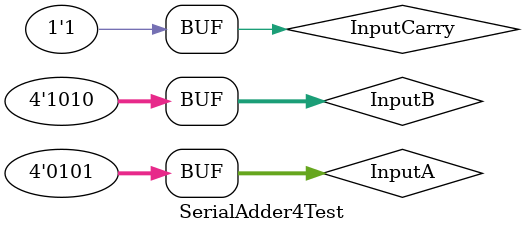
<source format=v>
`timescale 1ns / 1ps


module SerialAdder4Test;

	// Inputs
	reg [3:0] InputA;
	reg [3:0] InputB;
	reg InputCarry;

	// Outputs
	wire [3:0] Output;
	wire OutputCarry;

	// Instantiate the Unit Under Test (UUT)
	SerialAdder4 uut (
		.InputA(InputA), 
		.InputB(InputB), 
		.InputCarry(InputCarry), 
		.Output(Output), 
		.OutputCarry(OutputCarry)
	);

	initial begin
		// Initialize Inputs
		InputA = 0;
		InputB = 0;
		InputCarry = 0;

		// Wait 100 ns for global reset to finish
		#100;
        
		// Add stimulus here
		
		// Border condition
		InputA = 4'b0000; InputB = 4'b0000; InputCarry = 0; #10;
		InputA = 4'b0001; InputB = 4'b0000; InputCarry = 0; #10;
		InputA = 4'b0000; InputB = 4'b0001; InputCarry = 0; #10;
		InputA = 4'b0000; InputB = 4'b0000; InputCarry = 1; #10;
		
		InputA = 4'b1111; InputB = 4'b1111; InputCarry = 1; #10;
		InputA = 4'b1110; InputB = 4'b1111; InputCarry = 1; #10;
		InputA = 4'b1111; InputB = 4'b1110; InputCarry = 1; #10;
		InputA = 4'b1111; InputB = 4'b1111; InputCarry = 0; #10;
		
		// Random condition
		InputA = 4'b1010; InputB = 4'b0101; InputCarry = 0; #10;
		InputA = 4'b0101; InputB = 4'b1010; InputCarry = 0; #10;
		InputA = 4'b1010; InputB = 4'b0101; InputCarry = 1; #10;
		InputA = 4'b0101; InputB = 4'b1010; InputCarry = 1; #10;

	end
      
endmodule


</source>
